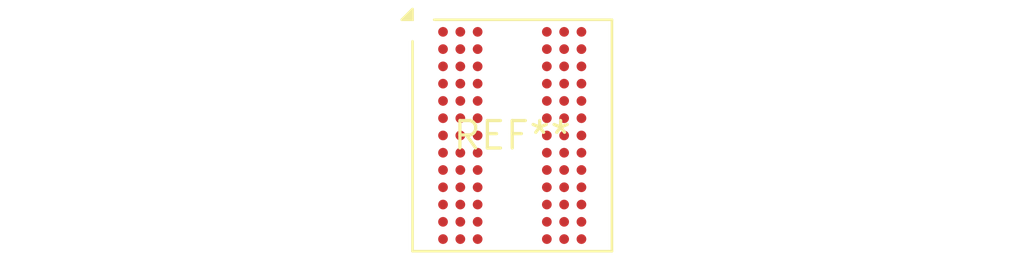
<source format=kicad_pcb>
(kicad_pcb (version 20240108) (generator pcbnew)
  (layers (0 "F.Cu" signal) (31 "B.Cu" signal) (34 "B.Paste" user) (35 "F.Paste" user) (36 "B.SilkS" user "B.Silkscreen") (37 "F.SilkS" user "F.Silkscreen") (38 "B.Mask" user) (39 "F.Mask" user) (44 "Edge.Cuts" user))
  (net 0 "")
  (footprint "Micron_FBGA-78_9x10.5mm_Layout9x13_P0.8mm" (layer "F.Cu") (at 0 0)
    (property "Reference" "REF**")
    (property "Value" "Micron_FBGA-78_9x10.5mm_Layout9x13_P0.8mm")
    (fp_line (start -4.61 5.36) (end -4.61 -4.36) (layer "F.SilkS") (stroke (width 0.12)))
    (fp_line (start -3.61 -5.36) (end 4.61 -5.36) (layer "F.SilkS") (stroke (width 0.12)))
    (fp_line (start 4.61 -5.36) (end 4.61 5.36) (layer "F.SilkS") (stroke (width 0.12)))
    (fp_line (start 4.61 5.36) (end -4.61 5.36) (layer "F.SilkS") (stroke (width 0.12)))
    (fp_poly (pts (xy -4.61 -5.36) (xy -5.11 -5.36) (xy -4.61 -5.86) (xy -4.61 -5.36)) (layer "F.SilkS") (stroke (width 0.12)) (fill solid))
    (pad "A1" smd circle (at -3.2 -4.8) (size 0.45 0.45) (property pad_prop_bga) (layers "F.Cu" "F.Paste" "F.Mask"))
    (pad "A2" smd circle (at -2.4 -4.8) (size 0.45 0.45) (property pad_prop_bga) (layers "F.Cu" "F.Paste" "F.Mask"))
    (pad "A3" smd circle (at -1.6 -4.8) (size 0.45 0.45) (property pad_prop_bga) (layers "F.Cu" "F.Paste" "F.Mask"))
    (pad "A7" smd circle (at 1.6 -4.8) (size 0.45 0.45) (property pad_prop_bga) (layers "F.Cu" "F.Paste" "F.Mask"))
    (pad "A8" smd circle (at 2.4 -4.8) (size 0.45 0.45) (property pad_prop_bga) (layers "F.Cu" "F.Paste" "F.Mask"))
    (pad "A9" smd circle (at 3.2 -4.8) (size 0.45 0.45) (property pad_prop_bga) (layers "F.Cu" "F.Paste" "F.Mask"))
    (pad "B1" smd circle (at -3.2 -4) (size 0.45 0.45) (property pad_prop_bga) (layers "F.Cu" "F.Paste" "F.Mask"))
    (pad "B2" smd circle (at -2.4 -4) (size 0.45 0.45) (property pad_prop_bga) (layers "F.Cu" "F.Paste" "F.Mask"))
    (pad "B3" smd circle (at -1.6 -4) (size 0.45 0.45) (property pad_prop_bga) (layers "F.Cu" "F.Paste" "F.Mask"))
    (pad "B7" smd circle (at 1.6 -4) (size 0.45 0.45) (property pad_prop_bga) (layers "F.Cu" "F.Paste" "F.Mask"))
    (pad "B8" smd circle (at 2.4 -4) (size 0.45 0.45) (property pad_prop_bga) (layers "F.Cu" "F.Paste" "F.Mask"))
    (pad "B9" smd circle (at 3.2 -4) (size 0.45 0.45) (property pad_prop_bga) (layers "F.Cu" "F.Paste" "F.Mask"))
    (pad "C1" smd circle (at -3.2 -3.2) (size 0.45 0.45) (property pad_prop_bga) (layers "F.Cu" "F.Paste" "F.Mask"))
    (pad "C2" smd circle (at -2.4 -3.2) (size 0.45 0.45) (property pad_prop_bga) (layers "F.Cu" "F.Paste" "F.Mask"))
    (pad "C3" smd circle (at -1.6 -3.2) (size 0.45 0.45) (property pad_prop_bga) (layers "F.Cu" "F.Paste" "F.Mask"))
    (pad "C7" smd circle (at 1.6 -3.2) (size 0.45 0.45) (property pad_prop_bga) (layers "F.Cu" "F.Paste" "F.Mask"))
    (pad "C8" smd circle (at 2.4 -3.2) (size 0.45 0.45) (property pad_prop_bga) (layers "F.Cu" "F.Paste" "F.Mask"))
    (pad "C9" smd circle (at 3.2 -3.2) (size 0.45 0.45) (property pad_prop_bga) (layers "F.Cu" "F.Paste" "F.Mask"))
    (pad "D1" smd circle (at -3.2 -2.4) (size 0.45 0.45) (property pad_prop_bga) (layers "F.Cu" "F.Paste" "F.Mask"))
    (pad "D2" smd circle (at -2.4 -2.4) (size 0.45 0.45) (property pad_prop_bga) (layers "F.Cu" "F.Paste" "F.Mask"))
    (pad "D3" smd circle (at -1.6 -2.4) (size 0.45 0.45) (property pad_prop_bga) (layers "F.Cu" "F.Paste" "F.Mask"))
    (pad "D7" smd circle (at 1.6 -2.4) (size 0.45 0.45) (property pad_prop_bga) (layers "F.Cu" "F.Paste" "F.Mask"))
    (pad "D8" smd circle (at 2.4 -2.4) (size 0.45 0.45) (property pad_prop_bga) (layers "F.Cu" "F.Paste" "F.Mask"))
    (pad "D9" smd circle (at 3.2 -2.4) (size 0.45 0.45) (property pad_prop_bga) (layers "F.Cu" "F.Paste" "F.Mask"))
    (pad "E1" smd circle (at -3.2 -1.6) (size 0.45 0.45) (property pad_prop_bga) (layers "F.Cu" "F.Paste" "F.Mask"))
    (pad "E2" smd circle (at -2.4 -1.6) (size 0.45 0.45) (property pad_prop_bga) (layers "F.Cu" "F.Paste" "F.Mask"))
    (pad "E3" smd circle (at -1.6 -1.6) (size 0.45 0.45) (property pad_prop_bga) (layers "F.Cu" "F.Paste" "F.Mask"))
    (pad "E7" smd circle (at 1.6 -1.6) (size 0.45 0.45) (property pad_prop_bga) (layers "F.Cu" "F.Paste" "F.Mask"))
    (pad "E8" smd circle (at 2.4 -1.6) (size 0.45 0.45) (property pad_prop_bga) (layers "F.Cu" "F.Paste" "F.Mask"))
    (pad "E9" smd circle (at 3.2 -1.6) (size 0.45 0.45) (property pad_prop_bga) (layers "F.Cu" "F.Paste" "F.Mask"))
    (pad "F1" smd circle (at -3.2 -0.8) (size 0.45 0.45) (property pad_prop_bga) (layers "F.Cu" "F.Paste" "F.Mask"))
    (pad "F2" smd circle (at -2.4 -0.8) (size 0.45 0.45) (property pad_prop_bga) (layers "F.Cu" "F.Paste" "F.Mask"))
    (pad "F3" smd circle (at -1.6 -0.8) (size 0.45 0.45) (property pad_prop_bga) (layers "F.Cu" "F.Paste" "F.Mask"))
    (pad "F7" smd circle (at 1.6 -0.8) (size 0.45 0.45) (property pad_prop_bga) (layers "F.Cu" "F.Paste" "F.Mask"))
    (pad "F8" smd circle (at 2.4 -0.8) (size 0.45 0.45) (property pad_prop_bga) (layers "F.Cu" "F.Paste" "F.Mask"))
    (pad "F9" smd circle (at 3.2 -0.8) (size 0.45 0.45) (property pad_prop_bga) (layers "F.Cu" "F.Paste" "F.Mask"))
    (pad "G1" smd circle (at -3.2 0) (size 0.45 0.45) (property pad_prop_bga) (layers "F.Cu" "F.Paste" "F.Mask"))
    (pad "G2" smd circle (at -2.4 0) (size 0.45 0.45) (property pad_prop_bga) (layers "F.Cu" "F.Paste" "F.Mask"))
    (pad "G3" smd circle (at -1.6 0) (size 0.45 0.45) (property pad_prop_bga) (layers "F.Cu" "F.Paste" "F.Mask"))
    (pad "G7" smd circle (at 1.6 0) (size 0.45 0.45) (property pad_prop_bga) (layers "F.Cu" "F.Paste" "F.Mask"))
    (pad "G8" smd circle (at 2.4 0) (size 0.45 0.45) (property pad_prop_bga) (layers "F.Cu" "F.Paste" "F.Mask"))
    (pad "G9" smd circle (at 3.2 0) (size 0.45 0.45) (property pad_prop_bga) (layers "F.Cu" "F.Paste" "F.Mask"))
    (pad "H1" smd circle (at -3.2 0.8) (size 0.45 0.45) (property pad_prop_bga) (layers "F.Cu" "F.Paste" "F.Mask"))
    (pad "H2" smd circle (at -2.4 0.8) (size 0.45 0.45) (property pad_prop_bga) (layers "F.Cu" "F.Paste" "F.Mask"))
    (pad "H3" smd circle (at -1.6 0.8) (size 0.45 0.45) (property pad_prop_bga) (layers "F.Cu" "F.Paste" "F.Mask"))
    (pad "H7" smd circle (at 1.6 0.8) (size 0.45 0.45) (property pad_prop_bga) (layers "F.Cu" "F.Paste" "F.Mask"))
    (pad "H8" smd circle (at 2.4 0.8) (size 0.45 0.45) (property pad_prop_bga) (layers "F.Cu" "F.Paste" "F.Mask"))
    (pad "H9" smd circle (at 3.2 0.8) (size 0.45 0.45) (property pad_prop_bga) (layers "F.Cu" "F.Paste" "F.Mask"))
    (pad "J1" smd circle (at -3.2 1.6) (size 0.45 0.45) (property pad_prop_bga) (layers "F.Cu" "F.Paste" "F.Mask"))
    (pad "J2" smd circle (at -2.4 1.6) (size 0.45 0.45) (property pad_prop_bga) (layers "F.Cu" "F.Paste" "F.Mask"))
    (pad "J3" smd circle (at -1.6 1.6) (size 0.45 0.45) (property pad_prop_bga) (layers "F.Cu" "F.Paste" "F.Mask"))
    (pad "J7" smd circle (at 1.6 1.6) (size 0.45 0.45) (property pad_prop_bga) (layers "F.Cu" "F.Paste" "F.Mask"))
    (pad "J8" smd circle (at 2.4 1.6) (size 0.45 0.45) (property pad_prop_bga) (layers "F.Cu" "F.Paste" "F.Mask"))
    (pad "J9" smd circle (at 3.2 1.6) (size 0.45 0.45) (property pad_prop_bga) (layers "F.Cu" "F.Paste" "F.Mask"))
    (pad "K1" smd circle (at -3.2 2.4) (size 0.45 0.45) (property pad_prop_bga) (layers "F.Cu" "F.Paste" "F.Mask"))
    (pad "K2" smd circle (at -2.4 2.4) (size 0.45 0.45) (property pad_prop_bga) (layers "F.Cu" "F.Paste" "F.Mask"))
    (pad "K3" smd circle (at -1.6 2.4) (size 0.45 0.45) (property pad_prop_bga) (layers "F.Cu" "F.Paste" "F.Mask"))
    (pad "K7" smd circle (at 1.6 2.4) (size 0.45 0.45) (property pad_prop_bga) (layers "F.Cu" "F.Paste" "F.Mask"))
    (pad "K8" smd circle (at 2.4 2.4) (size 0.45 0.45) (property pad_prop_bga) (layers "F.Cu" "F.Paste" "F.Mask"))
    (pad "K9" smd circle (at 3.2 2.4) (size 0.45 0.45) (property pad_prop_bga) (layers "F.Cu" "F.Paste" "F.Mask"))
    (pad "L1" smd circle (at -3.2 3.2) (size 0.45 0.45) (property pad_prop_bga) (layers "F.Cu" "F.Paste" "F.Mask"))
    (pad "L2" smd circle (at -2.4 3.2) (size 0.45 0.45) (property pad_prop_bga) (layers "F.Cu" "F.Paste" "F.Mask"))
    (pad "L3" smd circle (at -1.6 3.2) (size 0.45 0.45) (property pad_prop_bga) (layers "F.Cu" "F.Paste" "F.Mask"))
    (pad "L7" smd circle (at 1.6 3.2) (size 0.45 0.45) (property pad_prop_bga) (layers "F.Cu" "F.Paste" "F.Mask"))
    (pad "L8" smd circle (at 2.4 3.2) (size 0.45 0.45) (property pad_prop_bga) (layers "F.Cu" "F.Paste" "F.Mask"))
    (pad "L9" smd circle (at 3.2 3.2) (size 0.45 0.45) (property pad_prop_bga) (layers "F.Cu" "F.Paste" "F.Mask"))
    (pad "M1" smd circle (at -3.2 4) (size 0.45 0.45) (property pad_prop_bga) (layers "F.Cu" "F.Paste" "F.Mask"))
    (pad "M2" smd circle (at -2.4 4) (size 0.45 0.45) (property pad_prop_bga) (layers "F.Cu" "F.Paste" "F.Mask"))
    (pad "M3" smd circle (at -1.6 4) (size 0.45 0.45) (property pad_prop_bga) (layers "F.Cu" "F.Paste" "F.Mask"))
    (pad "M7" smd circle (at 1.6 4) (size 0.45 0.45) (property pad_prop_bga) (layers "F.Cu" "F.Paste" "F.Mask"))
    (pad "M8" smd circle (at 2.4 4) (size 0.45 0.45) (property pad_prop_bga) (layers "F.Cu" "F.Paste" "F.Mask"))
    (pad "M9" smd circle (at 3.2 4) (size 0.45 0.45) (property pad_prop_bga) (layers "F.Cu" "F.Paste" "F.Mask"))
    (pad "N1" smd circle (at -3.2 4.8) (size 0.45 0.45) (property pad_prop_bga) (layers "F.Cu" "F.Paste" "F.Mask"))
    (pad "N2" smd circle (at -2.4 4.8) (size 0.45 0.45) (property pad_prop_bga) (layers "F.Cu" "F.Paste" "F.Mask"))
    (pad "N3" smd circle (at -1.6 4.8) (size 0.45 0.45) (property pad_prop_bga) (layers "F.Cu" "F.Paste" "F.Mask"))
    (pad "N7" smd circle (at 1.6 4.8) (size 0.45 0.45) (property pad_prop_bga) (layers "F.Cu" "F.Paste" "F.Mask"))
    (pad "N8" smd circle (at 2.4 4.8) (size 0.45 0.45) (property pad_prop_bga) (layers "F.Cu" "F.Paste" "F.Mask"))
    (pad "N9" smd circle (at 3.2 4.8) (size 0.45 0.45) (property pad_prop_bga) (layers "F.Cu" "F.Paste" "F.Mask"))
  )
)
</source>
